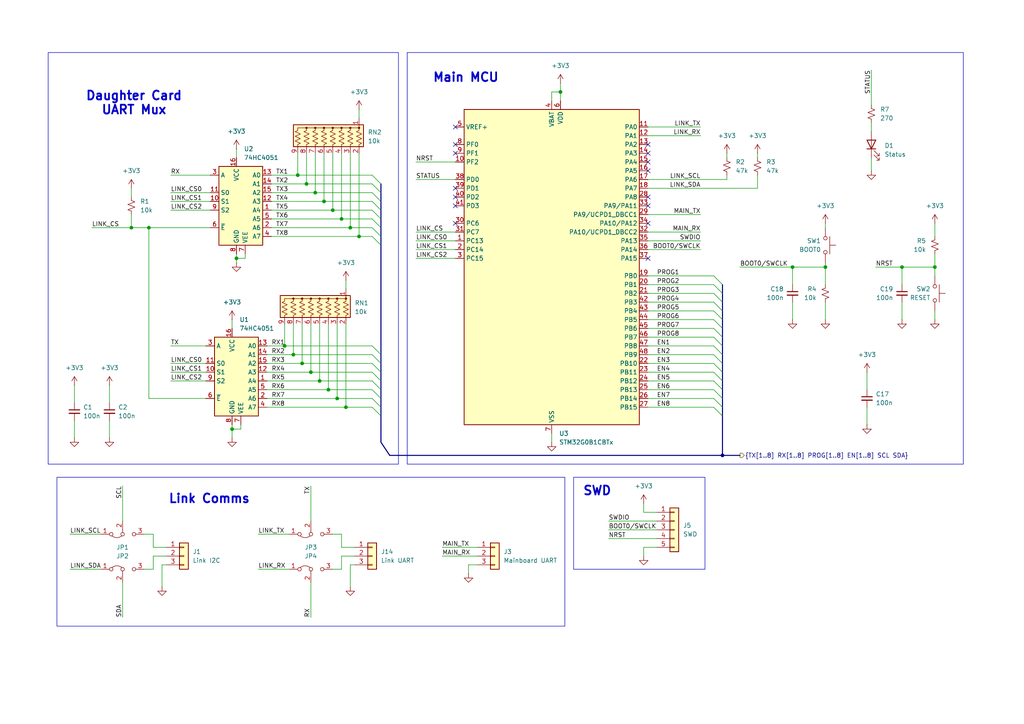
<source format=kicad_sch>
(kicad_sch (version 20250114) (generator "eeschema") (generator_version "9.0")
  (paper "A4")
  (lib_symbols
    (symbol "74xx:74HC4051"
      (property "Reference" "U" (at -5.08 11.43 0))
      (property "Value" "74HC4051" (at -7.62 -13.97 0))
      (symbol "74HC4051_0_1"
        (rectangle (start -5.08 10.16) (end 7.62 -12.7) (stroke (width 0.254)) (fill (type background)))
      )
      (symbol "74HC4051_1_1"
        (pin passive line (at -7.62 7.62 0) (length 2.54) (name "A") (number "3"))
        (pin input line (at -7.62 2.54 0) (length 2.54) (name "S0") (number "11"))
        (pin input line (at -7.62 0 0) (length 2.54) (name "S1") (number "10"))
        (pin input line (at -7.62 -2.54 0) (length 2.54) (name "S2") (number "9"))
        (pin input line (at -7.62 -7.62 0) (length 2.54) (name "~{E}") (number "6"))
        (pin power_in line (at 0 12.7 270) (length 2.54) (name "VCC") (number "16"))
        (pin power_in line (at 0 -15.24 90) (length 2.54) (name "GND") (number "8"))
        (pin power_in line (at 2.54 -15.24 90) (length 2.54) (name "VEE") (number "7"))
        (pin passive line (at 10.16 7.62 180) (length 2.54) (name "A0") (number "13"))
        (pin passive line (at 10.16 5.08 180) (length 2.54) (name "A1") (number "14"))
        (pin passive line (at 10.16 2.54 180) (length 2.54) (name "A2") (number "15"))
        (pin passive line (at 10.16 0 180) (length 2.54) (name "A3") (number "12"))
        (pin passive line (at 10.16 -2.54 180) (length 2.54) (name "A4") (number "1"))
        (pin passive line (at 10.16 -5.08 180) (length 2.54) (name "A5") (number "5"))
        (pin passive line (at 10.16 -7.62 180) (length 2.54) (name "A6") (number "2"))
        (pin passive line (at 10.16 -10.16 180) (length 2.54) (name "A7") (number "4"))
      )
    )
    (symbol "Connector_Generic:Conn_01x03" (pin_names (offset 1.016) (hide yes))
      (property "Reference" "J" (at 0 5.08 0))
      (property "Value" "Conn_01x03" (at 0 -5.08 0))
      (symbol "Conn_01x03_1_1"
        (rectangle (start -1.27 3.81) (end 1.27 -3.81) (stroke (width 0.254)) (fill (type background)))
        (rectangle (start -1.27 2.667) (end 0 2.413) (stroke (width 0.1524)))
        (rectangle (start -1.27 0.127) (end 0 -0.127) (stroke (width 0.1524)))
        (rectangle (start -1.27 -2.413) (end 0 -2.667) (stroke (width 0.1524)))
        (pin passive line (at -5.08 2.54 0) (length 3.81) (name "Pin_1") (number "1"))
        (pin passive line (at -5.08 0 0) (length 3.81) (name "Pin_2") (number "2"))
        (pin passive line (at -5.08 -2.54 0) (length 3.81) (name "Pin_3") (number "3"))
      )
    )
    (symbol "Connector_Generic:Conn_01x05" (pin_names (offset 1.016) (hide yes))
      (property "Reference" "J" (at 0 7.62 0))
      (property "Value" "Conn_01x05" (at 0 -7.62 0))
      (symbol "Conn_01x05_1_1"
        (rectangle (start -1.27 6.35) (end 1.27 -6.35) (stroke (width 0.254)) (fill (type background)))
        (rectangle (start -1.27 5.207) (end 0 4.953) (stroke (width 0.1524)))
        (rectangle (start -1.27 2.667) (end 0 2.413) (stroke (width 0.1524)))
        (rectangle (start -1.27 0.127) (end 0 -0.127) (stroke (width 0.1524)))
        (rectangle (start -1.27 -2.413) (end 0 -2.667) (stroke (width 0.1524)))
        (rectangle (start -1.27 -4.953) (end 0 -5.207) (stroke (width 0.1524)))
        (pin passive line (at -5.08 5.08 0) (length 3.81) (name "Pin_1") (number "1"))
        (pin passive line (at -5.08 2.54 0) (length 3.81) (name "Pin_2") (number "2"))
        (pin passive line (at -5.08 0 0) (length 3.81) (name "Pin_3") (number "3"))
        (pin passive line (at -5.08 -2.54 0) (length 3.81) (name "Pin_4") (number "4"))
        (pin passive line (at -5.08 -5.08 0) (length 3.81) (name "Pin_5") (number "5"))
      )
    )
    (symbol "Device:C_Small" (pin_numbers (hide yes)) (pin_names (offset 0.254) (hide yes))
      (property "Reference" "C" (at 0.254 1.778 0))
      (property "Value" "C_Small" (at 0.254 -2.032 0))
      (symbol "C_Small_0_1"
        (polyline (pts (xy -1.524 0.508) (xy 1.524 0.508)) (stroke (width 0.3048)))
        (polyline (pts (xy -1.524 -0.508) (xy 1.524 -0.508)) (stroke (width 0.3302)))
      )
      (symbol "C_Small_1_1"
        (pin passive line (at 0 2.54 270) (length 2.032) (name "~") (number "1"))
        (pin passive line (at 0 -2.54 90) (length 2.032) (name "~") (number "2"))
      )
    )
    (symbol "Device:LED" (pin_numbers (hide yes)) (pin_names (offset 1.016) (hide yes))
      (property "Reference" "D" (at 0 2.54 0))
      (property "Value" "LED" (at 0 -2.54 0))
      (symbol "LED_0_1"
        (polyline (pts (xy -3.048 -0.762) (xy -4.572 -2.286) (xy -3.81 -2.286) (xy -4.572 -2.286) (xy -4.572 -1.524)))
        (polyline (pts (xy -1.778 -0.762) (xy -3.302 -2.286) (xy -2.54 -2.286) (xy -3.302 -2.286) (xy -3.302 -1.524)))
        (polyline (pts (xy -1.27 0) (xy 1.27 0)))
        (polyline (pts (xy -1.27 -1.27) (xy -1.27 1.27)) (stroke (width 0.254)))
        (polyline (pts (xy 1.27 -1.27) (xy 1.27 1.27) (xy -1.27 0) (xy 1.27 -1.27)) (stroke (width 0.254)))
      )
      (symbol "LED_1_1"
        (pin passive line (at -3.81 0 0) (length 2.54) (name "K") (number "1"))
        (pin passive line (at 3.81 0 180) (length 2.54) (name "A") (number "2"))
      )
    )
    (symbol "Device:R_Network08_US" (pin_names (offset 0) (hide yes))
      (property "Reference" "RN" (at -12.7 0 90))
      (property "Value" "R_Network08_US" (at 10.16 0 90))
      (symbol "R_Network08_US_0_1"
        (rectangle (start -11.43 -3.175) (end 8.89 3.175) (stroke (width 0.254)) (fill (type background)))
        (circle (center -10.16 2.286) (radius 0.254) (fill (type outline)))
        (polyline (pts (xy -10.16 2.286) (xy 7.62 2.286)))
        (polyline (pts (xy -10.16 2.286) (xy -10.16 1.524) (xy -9.398 1.1684) (xy -10.922 0.508) (xy -9.398 -0.1524) (xy -10.922 -0.8382) (xy -9.398 -1.524) (xy -10.922 -2.1844) (xy -10.16 -2.54) (xy -10.16 -3.81)))
        (circle (center -7.62 2.286) (radius 0.254) (fill (type outline)))
        (polyline (pts (xy -7.62 2.286) (xy -7.62 1.524) (xy -6.858 1.1684) (xy -8.382 0.508) (xy -6.858 -0.1524) (xy -8.382 -0.8382) (xy -6.858 -1.524) (xy -8.382 -2.1844) (xy -7.62 -2.54) (xy -7.62 -3.81)))
        (circle (center -5.08 2.286) (radius 0.254) (fill (type outline)))
        (polyline (pts (xy -5.08 2.286) (xy -5.08 1.524) (xy -4.318 1.1684) (xy -5.842 0.508) (xy -4.318 -0.1524) (xy -5.842 -0.8382) (xy -4.318 -1.524) (xy -5.842 -2.1844) (xy -5.08 -2.54) (xy -5.08 -3.81)))
        (circle (center -2.54 2.286) (radius 0.254) (fill (type outline)))
        (polyline (pts (xy -2.54 2.286) (xy -2.54 1.524) (xy -1.778 1.1684) (xy -3.302 0.508) (xy -1.778 -0.1524) (xy -3.302 -0.8382) (xy -1.778 -1.524) (xy -3.302 -2.1844) (xy -2.54 -2.54) (xy -2.54 -3.81)))
        (circle (center 0 2.286) (radius 0.254) (fill (type outline)))
        (polyline (pts (xy 0 2.286) (xy 0 1.524) (xy 0.762 1.1684) (xy -0.762 0.508) (xy 0.762 -0.1524) (xy -0.762 -0.8382) (xy 0.762 -1.524) (xy -0.762 -2.1844) (xy 0 -2.54) (xy 0 -3.81)))
        (polyline (pts (xy 2.54 2.286) (xy 2.54 1.524) (xy 3.302 1.1684) (xy 1.778 0.508) (xy 3.302 -0.1524) (xy 1.778 -0.8382) (xy 3.302 -1.524) (xy 1.778 -2.1844) (xy 2.54 -2.54) (xy 2.54 -3.81)))
        (circle (center 2.54 2.286) (radius 0.254) (fill (type outline)))
        (polyline (pts (xy 5.08 2.286) (xy 5.08 1.524) (xy 5.842 1.1684) (xy 4.318 0.508) (xy 5.842 -0.1524) (xy 4.318 -0.8382) (xy 5.842 -1.524) (xy 4.318 -2.1844) (xy 5.08 -2.54) (xy 5.08 -3.81)))
        (circle (center 5.08 2.286) (radius 0.254) (fill (type outline)))
        (polyline (pts (xy 7.62 2.286) (xy 7.62 1.524) (xy 8.382 1.1684) (xy 6.858 0.508) (xy 8.382 -0.1524) (xy 6.858 -0.8382) (xy 8.382 -1.524) (xy 6.858 -2.1844) (xy 7.62 -2.54) (xy 7.62 -3.81)))
      )
      (symbol "R_Network08_US_1_1"
        (pin passive line (at -10.16 5.08 270) (length 2.54) (name "common") (number "1"))
        (pin passive line (at -10.16 -5.08 90) (length 1.27) (name "R1") (number "2"))
        (pin passive line (at -7.62 -5.08 90) (length 1.27) (name "R2") (number "3"))
        (pin passive line (at -5.08 -5.08 90) (length 1.27) (name "R3") (number "4"))
        (pin passive line (at -2.54 -5.08 90) (length 1.27) (name "R4") (number "5"))
        (pin passive line (at 0 -5.08 90) (length 1.27) (name "R5") (number "6"))
        (pin passive line (at 2.54 -5.08 90) (length 1.27) (name "R6") (number "7"))
        (pin passive line (at 5.08 -5.08 90) (length 1.27) (name "R7") (number "8"))
        (pin passive line (at 7.62 -5.08 90) (length 1.27) (name "R8") (number "9"))
      )
    )
    (symbol "Device:R_Small_US" (pin_numbers (hide yes)) (pin_names (offset 0.254) (hide yes))
      (property "Reference" "R" (at 0.762 0.508 0))
      (property "Value" "R_Small_US" (at 0.762 -1.016 0))
      (symbol "R_Small_US_1_1"
        (polyline (pts (xy 0 1.524) (xy 1.016 1.143) (xy 0 0.762) (xy -1.016 0.381) (xy 0 0)))
        (polyline (pts (xy 0 0) (xy 1.016 -0.381) (xy 0 -0.762) (xy -1.016 -1.143) (xy 0 -1.524)))
        (pin passive line (at 0 2.54 270) (length 1.016) (name "~") (number "1"))
        (pin passive line (at 0 -2.54 90) (length 1.016) (name "~") (number "2"))
      )
    )
    (symbol "Jumper:Jumper_3_Bridged12" (pin_names (offset 0) (hide yes)) (in_bom no)
      (property "Reference" "JP" (at -2.54 -2.54 0))
      (property "Value" "Jumper_3_Bridged12" (at 0 2.794 0))
      (symbol "Jumper_3_Bridged12_0_0"
        (circle (center -3.302 0) (radius 0.508))
        (circle (center 0 0) (radius 0.508))
        (circle (center 3.302 0) (radius 0.508))
      )
      (symbol "Jumper_3_Bridged12_0_1"
        (arc (start -3.048 0.508) (mid -1.651 0.9912) (end -0.254 0.508))
        (polyline (pts (xy 0 -1.27) (xy 0 -0.508)))
      )
      (symbol "Jumper_3_Bridged12_1_1"
        (pin passive line (at -6.35 0 0) (length 2.54) (name "A") (number "1"))
        (pin passive line (at 0 -3.81 90) (length 2.54) (name "C") (number "2"))
        (pin passive line (at 6.35 0 180) (length 2.54) (name "B") (number "3"))
      )
    )
    (symbol "MCU_ST_STM32G0:STM32G0B1CBTx"
      (property "Reference" "U" (at -25.4 46.99 0))
      (property "Value" "STM32G0B1CBTx" (at 5.08 46.99 0))
      (symbol "STM32G0B1CBTx_0_1"
        (rectangle (start -25.4 -45.72) (end 25.4 45.72) (stroke (width 0.254)) (fill (type background)))
      )
      (symbol "STM32G0B1CBTx_1_1"
        (pin input line (at -27.94 40.64 0) (length 2.54) (name "VREF+") (number "5"))
        (pin bidirectional line (at -27.94 35.56 0) (length 2.54) (name "PF0") (number "8"))
        (pin bidirectional line (at -27.94 33.02 0) (length 2.54) (name "PF1") (number "9"))
        (pin bidirectional line (at -27.94 30.48 0) (length 2.54) (name "PF2") (number "10"))
        (pin bidirectional line (at -27.94 25.4 0) (length 2.54) (name "PD0") (number "38"))
        (pin bidirectional line (at -27.94 22.86 0) (length 2.54) (name "PD1") (number "39"))
        (pin bidirectional line (at -27.94 20.32 0) (length 2.54) (name "PD2") (number "40"))
        (pin bidirectional line (at -27.94 17.78 0) (length 2.54) (name "PD3") (number "41"))
        (pin bidirectional line (at -27.94 12.7 0) (length 2.54) (name "PC6") (number "30"))
        (pin bidirectional line (at -27.94 10.16 0) (length 2.54) (name "PC7") (number "31"))
        (pin bidirectional line (at -27.94 7.62 0) (length 2.54) (name "PC13") (number "1"))
        (pin bidirectional line (at -27.94 5.08 0) (length 2.54) (name "PC14") (number "2"))
        (pin bidirectional line (at -27.94 2.54 0) (length 2.54) (name "PC15") (number "3"))
        (pin power_in line (at 0 48.26 270) (length 2.54) (name "VBAT") (number "4"))
        (pin power_in line (at 0 -48.26 90) (length 2.54) (name "VSS") (number "7"))
        (pin power_in line (at 2.54 48.26 270) (length 2.54) (name "VDD") (number "6"))
        (pin bidirectional line (at 27.94 40.64 180) (length 2.54) (name "PA0") (number "11"))
        (pin bidirectional line (at 27.94 38.1 180) (length 2.54) (name "PA1") (number "12"))
        (pin bidirectional line (at 27.94 35.56 180) (length 2.54) (name "PA2") (number "13"))
        (pin bidirectional line (at 27.94 33.02 180) (length 2.54) (name "PA3") (number "14"))
        (pin bidirectional line (at 27.94 30.48 180) (length 2.54) (name "PA4") (number "15"))
        (pin bidirectional line (at 27.94 27.94 180) (length 2.54) (name "PA5") (number "16"))
        (pin bidirectional line (at 27.94 25.4 180) (length 2.54) (name "PA6") (number "17"))
        (pin bidirectional line (at 27.94 22.86 180) (length 2.54) (name "PA7") (number "18"))
        (pin bidirectional line (at 27.94 20.32 180) (length 2.54) (name "PA8") (number "28"))
        (pin bidirectional line (at 27.94 17.78 180) (length 2.54) (name "PA9/PA11") (number "33"))
        (pin bidirectional line (at 27.94 15.24 180) (length 2.54) (name "PA9/UCPD1_DBCC1") (number "29"))
        (pin bidirectional line (at 27.94 12.7 180) (length 2.54) (name "PA10/PA12") (number "34"))
        (pin bidirectional line (at 27.94 10.16 180) (length 2.54) (name "PA10/UCPD1_DBCC2") (number "32"))
        (pin bidirectional line (at 27.94 7.62 180) (length 2.54) (name "PA13") (number "35"))
        (pin bidirectional line (at 27.94 5.08 180) (length 2.54) (name "PA14") (number "36"))
        (pin bidirectional line (at 27.94 2.54 180) (length 2.54) (name "PA15") (number "37"))
        (pin bidirectional line (at 27.94 -2.54 180) (length 2.54) (name "PB0") (number "19"))
        (pin bidirectional line (at 27.94 -5.08 180) (length 2.54) (name "PB1") (number "20"))
        (pin bidirectional line (at 27.94 -7.62 180) (length 2.54) (name "PB2") (number "21"))
        (pin bidirectional line (at 27.94 -10.16 180) (length 2.54) (name "PB3") (number "42"))
        (pin bidirectional line (at 27.94 -12.7 180) (length 2.54) (name "PB4") (number "43"))
        (pin bidirectional line (at 27.94 -15.24 180) (length 2.54) (name "PB5") (number "44"))
        (pin bidirectional line (at 27.94 -17.78 180) (length 2.54) (name "PB6") (number "45"))
        (pin bidirectional line (at 27.94 -20.32 180) (length 2.54) (name "PB7") (number "46"))
        (pin bidirectional line (at 27.94 -22.86 180) (length 2.54) (name "PB8") (number "47"))
        (pin bidirectional line (at 27.94 -25.4 180) (length 2.54) (name "PB9") (number "48"))
        (pin bidirectional line (at 27.94 -27.94 180) (length 2.54) (name "PB10") (number "22"))
        (pin bidirectional line (at 27.94 -30.48 180) (length 2.54) (name "PB11") (number "23"))
        (pin bidirectional line (at 27.94 -33.02 180) (length 2.54) (name "PB12") (number "24"))
        (pin bidirectional line (at 27.94 -35.56 180) (length 2.54) (name "PB13") (number "25"))
        (pin bidirectional line (at 27.94 -38.1 180) (length 2.54) (name "PB14") (number "26"))
        (pin bidirectional line (at 27.94 -40.64 180) (length 2.54) (name "PB15") (number "27"))
      )
    )
    (symbol "Switch:SW_Push" (pin_numbers (hide yes)) (pin_names (offset 1.016) (hide yes))
      (property "Reference" "SW" (at 1.27 2.54 0))
      (property "Value" "SW_Push" (at 0 -1.524 0))
      (symbol "SW_Push_0_1"
        (circle (center -2.032 0) (radius 0.508))
        (polyline (pts (xy 0 1.27) (xy 0 3.048)))
        (circle (center 2.032 0) (radius 0.508))
        (polyline (pts (xy 2.54 1.27) (xy -2.54 1.27)))
        (pin passive line (at -5.08 0 0) (length 2.54) (name "1") (number "1"))
        (pin passive line (at 5.08 0 180) (length 2.54) (name "2") (number "2"))
      )
    )
    (symbol "power:+3V3" (power) (pin_numbers (hide yes)) (pin_names (offset 0) (hide yes))
      (property "Value" "+3V3" (at 0 3.556 0))
      (symbol "+3V3_0_1"
        (polyline (pts (xy -0.762 1.27) (xy 0 2.54)))
        (polyline (pts (xy 0 2.54) (xy 0.762 1.27)))
        (polyline (pts (xy 0 0) (xy 0 2.54)))
      )
      (symbol "+3V3_1_1"
        (pin power_in line (at 0 0 90) (length 0) (name "~") (number "1"))
      )
    )
    (symbol "power:GND" (power) (pin_numbers (hide yes)) (pin_names (offset 0) (hide yes))
      (property "Value" "GND" (at 0 -3.81 0))
      (symbol "GND_0_1"
        (polyline (pts (xy 0 0) (xy 0 -1.27) (xy 1.27 -1.27) (xy 0 -2.54) (xy -1.27 -1.27) (xy 0 -1.27)))
      )
      (symbol "GND_1_1"
        (pin power_in line (at 0 0 270) (length 0) (name "~") (number "1"))
      )
    )
  )
  (rectangle (start 16.51 138.43) (end 163.83 181.61))
  (rectangle (start 166.37 138.43) (end 204.47 165.1))
  (rectangle (start 118.11 15.24) (end 279.4 134.62))
  (rectangle (start 13.97 15.24) (end 115.57 134.62))
  (text "Main MCU" (at 135.128 22.606 0) (effects (font (size 2.54 2.54) (thickness 0.508) (bold yes))))
  (text "Link Comms" (at 60.706 144.78 0) (effects (font (size 2.54 2.54) (thickness 0.508) (bold yes))))
  (text "SWD" (at 173.228 142.494 0) (effects (font (size 2.54 2.54) (thickness 0.508) (bold yes))))
  (text "Daughter Card\nUART Mux" (at 38.862 29.972 0) (effects (font (size 2.54 2.54) (thickness 0.508) (bold yes))))
  (junction (at 104.14 68.58))
  (junction (at 95.25 113.03))
  (junction (at 87.63 105.41))
  (junction (at 101.6 66.04))
  (junction (at 67.31 124.46))
  (junction (at 90.17 107.95))
  (junction (at 97.79 115.57))
  (junction (at 99.06 63.5))
  (junction (at 271.145 77.47))
  (junction (at 229.87 77.47))
  (junction (at 261.62 77.47))
  (junction (at 92.71 110.49))
  (junction (at 239.395 77.47))
  (junction (at 100.33 118.11))
  (junction (at 88.9 53.34))
  (junction (at 93.98 58.42))
  (junction (at 85.09 102.87))
  (junction (at 91.44 55.88))
  (junction (at 86.36 50.8))
  (junction (at 209.55 132.08))
  (junction (at 82.55 100.33))
  (junction (at 38.1 66.04))
  (junction (at 43.18 66.04))
  (junction (at 96.52 60.96))
  (junction (at 162.56 26.67))
  (junction (at 68.58 74.93))
  (no_connect (at 187.96 59.69))
  (no_connect (at 132.08 54.61))
  (no_connect (at 187.96 57.15))
  (no_connect (at 132.08 57.15))
  (no_connect (at 187.96 64.77))
  (no_connect (at 187.96 49.53))
  (no_connect (at 187.96 46.99))
  (no_connect (at 132.08 41.91))
  (no_connect (at 187.96 44.45))
  (no_connect (at 132.08 44.45))
  (no_connect (at 132.08 36.83))
  (no_connect (at 132.08 64.77))
  (no_connect (at 132.08 59.69))
  (no_connect (at 187.96 74.93))
  (no_connect (at 187.96 41.91))
  (bus_entry (at 107.95 50.8) (size 2.54 2.54))
  (bus_entry (at 207.01 97.79) (size 2.54 2.54))
  (bus_entry (at 207.01 90.17) (size 2.54 2.54))
  (bus_entry (at 107.95 102.87) (size 2.54 2.54))
  (bus_entry (at 207.01 85.09) (size 2.54 2.54))
  (bus_entry (at 207.01 82.55) (size 2.54 2.54))
  (bus_entry (at 207.01 80.01) (size 2.54 2.54))
  (bus_entry (at 107.95 68.58) (size 2.54 2.54))
  (bus_entry (at 207.01 102.87) (size 2.54 2.54))
  (bus_entry (at 207.01 87.63) (size 2.54 2.54))
  (bus_entry (at 207.01 100.33) (size 2.54 2.54))
  (bus_entry (at 207.01 113.03) (size 2.54 2.54))
  (bus_entry (at 207.01 115.57) (size 2.54 2.54))
  (bus_entry (at 107.95 66.04) (size 2.54 2.54))
  (bus_entry (at 107.95 113.03) (size 2.54 2.54))
  (bus_entry (at 107.95 105.41) (size 2.54 2.54))
  (bus_entry (at 107.95 60.96) (size 2.54 2.54))
  (bus_entry (at 207.01 95.25) (size 2.54 2.54))
  (bus_entry (at 107.95 107.95) (size 2.54 2.54))
  (bus_entry (at 107.95 118.11) (size 2.54 2.54))
  (bus_entry (at 207.01 105.41) (size 2.54 2.54))
  (bus_entry (at 207.01 110.49) (size 2.54 2.54))
  (bus_entry (at 207.01 107.95) (size 2.54 2.54))
  (bus_entry (at 207.01 118.11) (size 2.54 2.54))
  (bus_entry (at 107.95 100.33) (size 2.54 2.54))
  (bus_entry (at 107.95 110.49) (size 2.54 2.54))
  (bus_entry (at 207.01 92.71) (size 2.54 2.54))
  (bus_entry (at 107.95 63.5) (size 2.54 2.54))
  (bus_entry (at 107.95 55.88) (size 2.54 2.54))
  (bus_entry (at 107.95 53.34) (size 2.54 2.54))
  (bus_entry (at 107.95 58.42) (size 2.54 2.54))
  (bus_entry (at 107.95 115.57) (size 2.54 2.54))
  (wire (pts (xy 90.17 151.13) (xy 90.17 140.97)))
  (wire (pts (xy 90.17 107.95) (xy 90.17 93.98)))
  (wire (pts (xy 78.74 60.96) (xy 96.52 60.96)))
  (wire (pts (xy 229.87 77.47) (xy 229.87 82.55)))
  (wire (pts (xy 187.96 113.03) (xy 207.01 113.03)))
  (wire (pts (xy 100.33 118.11) (xy 100.33 93.98)))
  (wire (pts (xy 120.65 52.07) (xy 132.08 52.07)))
  (wire (pts (xy 107.95 55.88) (xy 91.44 55.88)))
  (wire (pts (xy 107.95 66.04) (xy 101.6 66.04)))
  (wire (pts (xy 187.96 80.01) (xy 207.01 80.01)))
  (wire (pts (xy 44.45 165.1) (xy 41.91 165.1)))
  (bus (pts (xy 209.55 85.09) (xy 209.55 87.63)))
  (wire (pts (xy 82.55 100.33) (xy 77.47 100.33)))
  (wire (pts (xy 219.71 44.45) (xy 219.71 45.72)))
  (wire (pts (xy 120.65 46.99) (xy 132.08 46.99)))
  (bus (pts (xy 209.55 115.57) (xy 209.55 118.11)))
  (wire (pts (xy 100.33 81.28) (xy 100.33 83.82)))
  (wire (pts (xy 107.95 68.58) (xy 104.14 68.58)))
  (wire (pts (xy 186.69 158.75) (xy 190.5 158.75)))
  (wire (pts (xy 271.145 64.77) (xy 271.145 68.58)))
  (wire (pts (xy 271.145 77.47) (xy 261.62 77.47)))
  (wire (pts (xy 187.96 105.41) (xy 207.01 105.41)))
  (wire (pts (xy 48.26 161.29) (xy 44.45 161.29)))
  (wire (pts (xy 88.9 53.34) (xy 88.9 44.45)))
  (wire (pts (xy 271.145 90.17) (xy 271.145 92.71)))
  (wire (pts (xy 187.96 107.95) (xy 207.01 107.95)))
  (bus (pts (xy 110.49 118.11) (xy 110.49 120.65)))
  (wire (pts (xy 187.96 52.07) (xy 210.82 52.07)))
  (wire (pts (xy 68.58 74.93) (xy 68.58 76.2)))
  (bus (pts (xy 110.49 58.42) (xy 110.49 60.96)))
  (wire (pts (xy 49.53 110.49) (xy 59.69 110.49)))
  (bus (pts (xy 209.55 95.25) (xy 209.55 97.79)))
  (bus (pts (xy 110.49 102.87) (xy 110.49 105.41)))
  (bus (pts (xy 113.03 132.08) (xy 209.55 132.08)))
  (bus (pts (xy 110.49 110.49) (xy 110.49 113.03)))
  (wire (pts (xy 101.6 66.04) (xy 101.6 44.45)))
  (wire (pts (xy 239.395 64.77) (xy 239.395 66.04)))
  (wire (pts (xy 48.26 158.75) (xy 44.45 158.75)))
  (wire (pts (xy 101.6 163.83) (xy 102.87 163.83)))
  (wire (pts (xy 31.75 121.92) (xy 31.75 127)))
  (wire (pts (xy 85.09 102.87) (xy 77.47 102.87)))
  (wire (pts (xy 97.79 115.57) (xy 77.47 115.57)))
  (wire (pts (xy 107.95 60.96) (xy 96.52 60.96)))
  (wire (pts (xy 187.96 115.57) (xy 207.01 115.57)))
  (wire (pts (xy 107.95 118.11) (xy 100.33 118.11)))
  (wire (pts (xy 187.96 67.31) (xy 203.2 67.31)))
  (wire (pts (xy 97.79 115.57) (xy 97.79 93.98)))
  (wire (pts (xy 107.95 110.49) (xy 92.71 110.49)))
  (wire (pts (xy 187.96 92.71) (xy 207.01 92.71)))
  (wire (pts (xy 44.45 154.94) (xy 41.91 154.94)))
  (wire (pts (xy 95.25 113.03) (xy 95.25 93.98)))
  (bus (pts (xy 209.55 105.41) (xy 209.55 107.95)))
  (wire (pts (xy 67.31 92.71) (xy 67.31 95.25)))
  (bus (pts (xy 110.49 60.96) (xy 110.49 63.5)))
  (wire (pts (xy 49.53 107.95) (xy 59.69 107.95)))
  (wire (pts (xy 68.58 73.66) (xy 68.58 74.93)))
  (wire (pts (xy 49.53 55.88) (xy 60.96 55.88)))
  (wire (pts (xy 59.69 115.57) (xy 43.18 115.57)))
  (wire (pts (xy 239.395 76.2) (xy 239.395 77.47)))
  (wire (pts (xy 120.65 72.39) (xy 132.08 72.39)))
  (bus (pts (xy 110.49 105.41) (xy 110.49 107.95)))
  (wire (pts (xy 38.1 66.04) (xy 43.18 66.04)))
  (wire (pts (xy 271.145 73.66) (xy 271.145 77.47)))
  (bus (pts (xy 209.55 87.63) (xy 209.55 90.17)))
  (wire (pts (xy 219.71 50.8) (xy 219.71 54.61)))
  (wire (pts (xy 187.96 72.39) (xy 203.2 72.39)))
  (wire (pts (xy 85.09 102.87) (xy 85.09 93.98)))
  (wire (pts (xy 187.96 90.17) (xy 207.01 90.17)))
  (wire (pts (xy 252.73 20.32) (xy 252.73 30.48)))
  (wire (pts (xy 44.45 158.75) (xy 44.45 154.94)))
  (wire (pts (xy 219.71 54.61) (xy 187.96 54.61)))
  (wire (pts (xy 120.65 74.93) (xy 132.08 74.93)))
  (wire (pts (xy 187.96 69.85) (xy 203.2 69.85)))
  (wire (pts (xy 104.14 68.58) (xy 104.14 44.45)))
  (wire (pts (xy 107.95 58.42) (xy 93.98 58.42)))
  (wire (pts (xy 186.69 148.59) (xy 190.5 148.59)))
  (wire (pts (xy 99.06 161.29) (xy 99.06 165.1)))
  (wire (pts (xy 251.46 107.95) (xy 251.46 113.03)))
  (wire (pts (xy 239.395 77.47) (xy 229.87 77.47)))
  (wire (pts (xy 78.74 63.5) (xy 99.06 63.5)))
  (wire (pts (xy 78.74 58.42) (xy 93.98 58.42)))
  (wire (pts (xy 186.69 146.05) (xy 186.69 148.59)))
  (wire (pts (xy 107.95 107.95) (xy 90.17 107.95)))
  (bus (pts (xy 110.49 68.58) (xy 110.49 71.12)))
  (wire (pts (xy 49.53 100.33) (xy 59.69 100.33)))
  (bus (pts (xy 209.55 107.95) (xy 209.55 110.49)))
  (bus (pts (xy 209.55 120.65) (xy 209.55 132.08)))
  (bus (pts (xy 110.49 66.04) (xy 110.49 68.58)))
  (bus (pts (xy 209.55 100.33) (xy 209.55 102.87)))
  (wire (pts (xy 93.98 58.42) (xy 93.98 44.45)))
  (wire (pts (xy 187.96 100.33) (xy 207.01 100.33)))
  (wire (pts (xy 21.59 121.92) (xy 21.59 127)))
  (wire (pts (xy 187.96 82.55) (xy 207.01 82.55)))
  (wire (pts (xy 78.74 55.88) (xy 91.44 55.88)))
  (wire (pts (xy 78.74 68.58) (xy 104.14 68.58)))
  (wire (pts (xy 239.395 77.47) (xy 239.395 82.55)))
  (wire (pts (xy 187.96 118.11) (xy 207.01 118.11)))
  (wire (pts (xy 162.56 24.13) (xy 162.56 26.67)))
  (bus (pts (xy 110.49 113.03) (xy 110.49 115.57)))
  (wire (pts (xy 21.59 111.76) (xy 21.59 116.84)))
  (wire (pts (xy 107.95 50.8) (xy 86.36 50.8)))
  (wire (pts (xy 107.95 105.41) (xy 87.63 105.41)))
  (wire (pts (xy 261.62 87.63) (xy 261.62 92.71)))
  (bus (pts (xy 110.49 120.65) (xy 110.49 128.27)))
  (wire (pts (xy 187.96 110.49) (xy 207.01 110.49)))
  (wire (pts (xy 135.89 166.37) (xy 135.89 163.83)))
  (wire (pts (xy 102.87 158.75) (xy 99.06 158.75)))
  (wire (pts (xy 187.96 36.83) (xy 203.2 36.83)))
  (wire (pts (xy 120.65 69.85) (xy 132.08 69.85)))
  (wire (pts (xy 31.75 111.76) (xy 31.75 116.84)))
  (bus (pts (xy 209.55 110.49) (xy 209.55 113.03)))
  (wire (pts (xy 107.95 113.03) (xy 95.25 113.03)))
  (wire (pts (xy 43.18 66.04) (xy 60.96 66.04)))
  (wire (pts (xy 43.18 115.57) (xy 43.18 66.04)))
  (wire (pts (xy 90.17 168.91) (xy 90.17 179.07)))
  (wire (pts (xy 46.99 163.83) (xy 46.99 170.18)))
  (bus (pts (xy 209.55 90.17) (xy 209.55 92.71)))
  (wire (pts (xy 49.53 60.96) (xy 60.96 60.96)))
  (wire (pts (xy 95.25 113.03) (xy 77.47 113.03)))
  (wire (pts (xy 90.17 107.95) (xy 77.47 107.95)))
  (wire (pts (xy 271.145 77.47) (xy 271.145 80.01)))
  (wire (pts (xy 99.06 63.5) (xy 99.06 44.45)))
  (wire (pts (xy 210.82 50.8) (xy 210.82 52.07)))
  (bus (pts (xy 110.49 63.5) (xy 110.49 66.04)))
  (wire (pts (xy 67.31 124.46) (xy 67.31 127)))
  (wire (pts (xy 49.53 50.8) (xy 60.96 50.8)))
  (bus (pts (xy 214.63 132.08) (xy 209.55 132.08)))
  (wire (pts (xy 74.93 165.1) (xy 83.82 165.1)))
  (wire (pts (xy 92.71 110.49) (xy 77.47 110.49)))
  (wire (pts (xy 214.63 77.47) (xy 229.87 77.47)))
  (wire (pts (xy 107.95 63.5) (xy 99.06 63.5)))
  (wire (pts (xy 68.58 43.18) (xy 68.58 45.72)))
  (wire (pts (xy 96.52 60.96) (xy 96.52 44.45)))
  (bus (pts (xy 209.55 92.71) (xy 209.55 95.25)))
  (bus (pts (xy 110.49 53.34) (xy 110.49 55.88)))
  (wire (pts (xy 26.67 66.04) (xy 38.1 66.04)))
  (wire (pts (xy 261.62 82.55) (xy 261.62 77.47)))
  (wire (pts (xy 128.27 161.29) (xy 138.43 161.29)))
  (bus (pts (xy 110.49 55.88) (xy 110.49 58.42)))
  (wire (pts (xy 187.96 97.79) (xy 207.01 97.79)))
  (wire (pts (xy 86.36 50.8) (xy 86.36 44.45)))
  (wire (pts (xy 135.89 163.83) (xy 138.43 163.83)))
  (wire (pts (xy 44.45 161.29) (xy 44.45 165.1)))
  (wire (pts (xy 187.96 87.63) (xy 207.01 87.63)))
  (wire (pts (xy 87.63 105.41) (xy 77.47 105.41)))
  (wire (pts (xy 92.71 110.49) (xy 92.71 93.98)))
  (wire (pts (xy 251.46 118.11) (xy 251.46 123.19)))
  (bus (pts (xy 110.49 107.95) (xy 110.49 110.49)))
  (wire (pts (xy 78.74 66.04) (xy 101.6 66.04)))
  (wire (pts (xy 128.27 158.75) (xy 138.43 158.75)))
  (wire (pts (xy 49.53 105.41) (xy 59.69 105.41)))
  (wire (pts (xy 160.02 26.67) (xy 162.56 26.67)))
  (wire (pts (xy 107.95 102.87) (xy 85.09 102.87)))
  (wire (pts (xy 67.31 123.19) (xy 67.31 124.46)))
  (wire (pts (xy 239.395 87.63) (xy 239.395 92.71)))
  (wire (pts (xy 229.87 87.63) (xy 229.87 92.71)))
  (wire (pts (xy 46.99 163.83) (xy 48.26 163.83)))
  (wire (pts (xy 99.06 158.75) (xy 99.06 154.94)))
  (wire (pts (xy 104.14 31.75) (xy 104.14 34.29)))
  (bus (pts (xy 209.55 113.03) (xy 209.55 115.57)))
  (wire (pts (xy 78.74 53.34) (xy 88.9 53.34)))
  (bus (pts (xy 209.55 102.87) (xy 209.55 105.41)))
  (wire (pts (xy 210.82 44.45) (xy 210.82 45.72)))
  (wire (pts (xy 74.93 154.94) (xy 83.82 154.94)))
  (bus (pts (xy 209.55 118.11) (xy 209.55 120.65)))
  (wire (pts (xy 49.53 58.42) (xy 60.96 58.42)))
  (bus (pts (xy 110.49 115.57) (xy 110.49 118.11)))
  (wire (pts (xy 187.96 62.23) (xy 203.2 62.23)))
  (bus (pts (xy 113.03 132.08) (xy 110.49 128.27)))
  (wire (pts (xy 120.65 67.31) (xy 132.08 67.31)))
  (wire (pts (xy 38.1 62.23) (xy 38.1 66.04)))
  (wire (pts (xy 96.52 154.94) (xy 99.06 154.94)))
  (wire (pts (xy 20.32 165.1) (xy 29.21 165.1)))
  (wire (pts (xy 87.63 105.41) (xy 87.63 93.98)))
  (wire (pts (xy 252.73 45.72) (xy 252.73 49.53)))
  (wire (pts (xy 101.6 163.83) (xy 101.6 170.18)))
  (bus (pts (xy 209.55 82.55) (xy 209.55 85.09)))
  (wire (pts (xy 20.32 154.94) (xy 29.21 154.94)))
  (wire (pts (xy 162.56 26.67) (xy 162.56 29.21)))
  (wire (pts (xy 91.44 55.88) (xy 91.44 44.45)))
  (wire (pts (xy 69.85 124.46) (xy 67.31 124.46)))
  (wire (pts (xy 160.02 29.21) (xy 160.02 26.67)))
  (bus (pts (xy 110.49 71.12) (xy 110.49 102.87)))
  (wire (pts (xy 35.56 168.91) (xy 35.56 179.07)))
  (wire (pts (xy 100.33 118.11) (xy 77.47 118.11)))
  (wire (pts (xy 187.96 39.37) (xy 203.2 39.37)))
  (wire (pts (xy 107.95 115.57) (xy 97.79 115.57)))
  (wire (pts (xy 176.53 151.13) (xy 190.5 151.13)))
  (wire (pts (xy 99.06 161.29) (xy 102.87 161.29)))
  (wire (pts (xy 35.56 151.13) (xy 35.56 140.97)))
  (wire (pts (xy 252.73 35.56) (xy 252.73 38.1)))
  (wire (pts (xy 71.12 74.93) (xy 68.58 74.93)))
  (wire (pts (xy 176.53 156.21) (xy 190.5 156.21)))
  (wire (pts (xy 187.96 102.87) (xy 207.01 102.87)))
  (wire (pts (xy 107.95 53.34) (xy 88.9 53.34)))
  (wire (pts (xy 99.06 165.1) (xy 96.52 165.1)))
  (wire (pts (xy 107.95 100.33) (xy 82.55 100.33)))
  (wire (pts (xy 186.69 161.29) (xy 186.69 158.75)))
  (wire (pts (xy 254 77.47) (xy 261.62 77.47)))
  (wire (pts (xy 71.12 73.66) (xy 71.12 74.93)))
  (wire (pts (xy 78.74 50.8) (xy 86.36 50.8)))
  (bus (pts (xy 209.55 97.79) (xy 209.55 100.33)))
  (wire (pts (xy 69.85 123.19) (xy 69.85 124.46)))
  (wire (pts (xy 38.1 54.61) (xy 38.1 57.15)))
  (wire (pts (xy 187.96 85.09) (xy 207.01 85.09)))
  (wire (pts (xy 82.55 100.33) (xy 82.55 93.98)))
  (wire (pts (xy 187.96 95.25) (xy 207.01 95.25)))
  (wire (pts (xy 160.02 125.73) (xy 160.02 128.27)))
  (wire (pts (xy 176.53 153.67) (xy 190.5 153.67)))
  (label "RX5" (at 78.74 110.49 0))
  (label "RX4" (at 78.74 107.95 0))
  (label "RX3" (at 78.74 105.41 0))
  (label "EN8" (at 190.5 118.11 0))
  (label "LINK_RX" (at 203.2 39.37 180))
  (label "TX6" (at 80.01 63.5 0))
  (label "LINK_RX" (at 74.93 165.1 0))
  (label "NRST" (at 120.65 46.99 0))
  (label "LINK_CS0" (at 49.53 55.88 0))
  (label "LINK_CS2" (at 49.53 110.49 0))
  (label "PROG6" (at 190.5 92.71 0))
  (label "EN6" (at 190.5 113.03 0))
  (label "LINK_CS0" (at 49.53 105.41 0))
  (label "LINK_CS" (at 120.65 67.31 0))
  (label "LINK_SDA" (at 20.32 165.1 0))
  (label "LINK_CS" (at 26.67 66.04 0))
  (label "LINK_CS2" (at 120.65 74.93 0))
  (label "BOOT0{slash}SWCLK" (at 176.53 153.67 0))
  (label "TX7" (at 80.01 66.04 0))
  (label "PROG3" (at 190.5 85.09 0))
  (label "STATUS" (at 252.73 20.32 270))
  (label "MAIN_RX" (at 128.27 161.29 0))
  (label "TX2" (at 80.01 53.34 0))
  (label "LINK_SDA" (at 203.2 54.61 180))
  (label "RX" (at 49.53 50.8 0))
  (label "MAIN_TX" (at 203.2 62.23 180))
  (label "EN1" (at 190.5 100.33 0))
  (label "RX" (at 90.17 179.07 90))
  (label "SWDIO" (at 203.2 69.85 180))
  (label "LINK_CS2" (at 49.53 60.96 0))
  (label "MAIN_TX" (at 128.27 158.75 0))
  (label "RX8" (at 78.74 118.11 0))
  (label "MAIN_RX" (at 203.2 67.31 180))
  (label "PROG8" (at 190.5 97.79 0))
  (label "TX" (at 90.17 140.97 270))
  (label "NRST" (at 176.53 156.21 0))
  (label "SWDIO" (at 176.53 151.13 0))
  (label "LINK_TX" (at 74.93 154.94 0))
  (label "RX7" (at 78.74 115.57 0))
  (label "RX6" (at 78.74 113.03 0))
  (label "RX1" (at 78.74 100.33 0))
  (label "LINK_SCL" (at 203.2 52.07 180))
  (label "LINK_CS0" (at 120.65 69.85 0))
  (label "PROG2" (at 190.5 82.55 0))
  (label "STATUS" (at 120.65 52.07 0))
  (label "BOOT0{slash}SWCLK" (at 203.2 72.39 180))
  (label "PROG4" (at 190.5 87.63 0))
  (label "PROG1" (at 190.5 80.01 0))
  (label "TX3" (at 80.01 55.88 0))
  (label "SCL" (at 35.56 140.97 270))
  (label "TX8" (at 80.01 68.58 0))
  (label "RX2" (at 78.74 102.87 0))
  (label "LINK_CS1" (at 49.53 107.95 0))
  (label "TX1" (at 80.01 50.8 0))
  (label "EN4" (at 190.5 107.95 0))
  (label "LINK_CS1" (at 49.53 58.42 0))
  (label "PROG7" (at 190.5 95.25 0))
  (label "EN5" (at 190.5 110.49 0))
  (label "EN3" (at 190.5 105.41 0))
  (label "NRST" (at 254 77.47 0))
  (label "EN2" (at 190.5 102.87 0))
  (label "LINK_TX" (at 203.2 36.83 180))
  (label "LINK_SCL" (at 20.32 154.94 0))
  (label "TX4" (at 80.01 58.42 0))
  (label "SDA" (at 35.56 179.07 90))
  (label "PROG5" (at 190.5 90.17 0))
  (label "LINK_CS1" (at 120.65 72.39 0))
  (label "TX" (at 49.53 100.33 0))
  (label "EN7" (at 190.5 115.57 0))
  (label "TX5" (at 80.01 60.96 0))
  (label "BOOT0{slash}SWCLK" (at 214.63 77.47 0))
  (hierarchical_label "{TX[1..8] RX[1..8] PROG[1..8] EN[1..8] SCL SDA}" (shape output) (at 214.63 132.08 0))
  (symbol (lib_id "power:GND") (at 261.62 92.71 0) (mirror y) (unit 1)
    (property "Reference" "#PWR069" (effects (hide yes)))
    (property "Value" "GND" (effects (hide yes)))
    (property "Description" "Power symbol creates a global label with name \"GND\" , ground" (effects (hide yes)))
  )
  (symbol (lib_id "power:+3V3") (at 271.145 64.77 0) (mirror y) (unit 1)
    (property "Reference" "#PWR065" (effects (hide yes)))
    (property "Value" "+3V3" (at 271.145 59.69 0))
    (property "Description" "Power symbol creates a global label with name \"+3V3\"" (effects (hide yes)))
  )
  (symbol (lib_id "Switch:SW_Push") (at 239.395 71.12 270) (mirror x) (unit 1)
    (property "Reference" "SW1" (at 238.125 69.8499 90) (effects (justify right)))
    (property "Value" "BOOT0" (at 238.125 72.3899 90) (effects (justify right)))
    (property "Description" "Push button switch, generic, two pins" (effects (hide yes)))
  )
  (symbol (lib_id "Connector_Generic:Conn_01x03") (at 53.34 161.29 0) (unit 1)
    (property "Reference" "J1" (at 55.88 160.0199 0) (effects (justify left)))
    (property "Value" "Link I2C" (at 55.88 162.5599 0) (effects (justify left)))
    (property "Description" "Generic connector, single row, 01x03, script generated (kicad-library-utils/schlib/autogen/connector/)" (effects (hide yes)))
  )
  (symbol (lib_id "power:+3V3") (at 68.58 43.18 0) (unit 1)
    (property "Reference" "#PWR08" (effects (hide yes)))
    (property "Value" "+3V3" (at 68.58 38.1 0))
    (property "Description" "Power symbol creates a global label with name \"+3V3\"" (effects (hide yes)))
  )
  (symbol (lib_id "power:GND") (at 135.89 166.37 0) (unit 1)
    (property "Reference" "#PWR040" (effects (hide yes)))
    (property "Value" "GND" (effects (hide yes)))
    (property "Description" "Power symbol creates a global label with name \"GND\" , ground" (effects (hide yes)))
  )
  (symbol (lib_id "Device:R_Small_US") (at 252.73 33.02 0) (unit 1)
    (property "Reference" "R7" (at 255.27 31.7499 0) (effects (justify left)))
    (property "Value" "270" (at 255.27 34.2899 0) (effects (justify left)))
    (property "Description" "Resistor, small US symbol" (effects (hide yes)))
  )
  (symbol (lib_id "MCU_ST_STM32G0:STM32G0B1CBTx") (at 160.02 77.47 0) (unit 1)
    (property "Reference" "U3" (at 162.1633 125.73 0) (effects (justify left)))
    (property "Value" "STM32G0B1CBTx" (at 162.1633 128.27 0) (effects (justify left)))
    (property "Footprint" "Package_QFP:LQFP-48_7x7mm_P0.5mm" (effects (hide yes)))
    (property "Datasheet" "https://www.st.com/resource/en/datasheet/stm32g0b1cb.pdf" (effects (hide yes)))
    (property "Description" "STMicroelectronics Arm Cortex-M0+ MCU, 128KB flash, 144KB RAM, 64 MHz, 1.7-3.6V, 44 GPIO, LQFP48" (effects (hide yes)))
  )
  (symbol (lib_id "Device:R_Small_US") (at 271.145 71.12 0) (mirror y) (unit 1)
    (property "Reference" "R5" (at 268.605 69.8499 0) (effects (justify left)))
    (property "Value" "10k" (at 268.605 72.3899 0) (effects (justify left)))
    (property "Description" "Resistor, small US symbol" (effects (hide yes)))
  )
  (symbol (lib_id "Device:R_Small_US") (at 210.82 48.26 0) (unit 1)
    (property "Reference" "R2" (at 213.36 46.9899 0) (effects (justify left)))
    (property "Value" "47k" (at 213.36 49.5299 0) (effects (justify left)))
    (property "Description" "Resistor, small US symbol" (effects (hide yes)))
  )
  (symbol (lib_id "power:GND") (at 271.145 92.71 0) (mirror y) (unit 1)
    (property "Reference" "#PWR066" (effects (hide yes)))
    (property "Value" "GND" (effects (hide yes)))
    (property "Description" "Power symbol creates a global label with name \"GND\" , ground" (effects (hide yes)))
  )
  (symbol (lib_id "power:+3V3") (at 31.75 111.76 0) (unit 1)
    (property "Reference" "#PWR03" (effects (hide yes)))
    (property "Value" "+3V3" (at 31.75 106.68 0))
    (property "Description" "Power symbol creates a global label with name \"+3V3\"" (effects (hide yes)))
  )
  (symbol (lib_id "Jumper:Jumper_3_Bridged12") (at 35.56 165.1 0) (unit 1) (in_bom no)
    (property "Reference" "JP2" (at 35.56 161.29 0))
    (property "Value" "Jumper_3_Bridged12" (effects (hide yes)))
    (property "Description" "Jumper, 3-pole, pins 1+2 closed/bridged" (effects (hide yes)))
  )
  (symbol (lib_id "power:GND") (at 68.58 76.2 0) (unit 1)
    (property "Reference" "#PWR09" (effects (hide yes)))
    (property "Value" "GND" (effects (hide yes)))
    (property "Description" "Power symbol creates a global label with name \"GND\" , ground" (effects (hide yes)))
  )
  (symbol (lib_id "power:GND") (at 67.31 127 0) (unit 1)
    (property "Reference" "#PWR07" (effects (hide yes)))
    (property "Value" "GND" (effects (hide yes)))
    (property "Description" "Power symbol creates a global label with name \"GND\" , ground" (effects (hide yes)))
  )
  (symbol (lib_id "power:GND") (at 101.6 170.18 0) (unit 1)
    (property "Reference" "#PWR0210" (effects (hide yes)))
    (property "Value" "GND" (effects (hide yes)))
    (property "Description" "Power symbol creates a global label with name \"GND\" , ground" (effects (hide yes)))
  )
  (symbol (lib_id "power:+3V3") (at 100.33 81.28 0) (mirror y) (unit 1)
    (property "Reference" "#PWR018" (effects (hide yes)))
    (property "Value" "+3V3" (at 100.33 76.2 0))
    (property "Description" "Power symbol creates a global label with name \"+3V3\"" (effects (hide yes)))
  )
  (symbol (lib_id "Device:C_Small") (at 261.62 85.09 0) (mirror y) (unit 1)
    (property "Reference" "C19" (at 259.08 83.8262 0) (effects (justify left)))
    (property "Value" "100n" (at 259.08 86.3662 0) (effects (justify left)))
    (property "Description" "Unpolarized capacitor, small symbol" (effects (hide yes)))
  )
  (symbol (lib_id "power:GND") (at 21.59 127 0) (unit 1)
    (property "Reference" "#PWR02" (effects (hide yes)))
    (property "Value" "GND" (effects (hide yes)))
    (property "Description" "Power symbol creates a global label with name \"GND\" , ground" (effects (hide yes)))
  )
  (symbol (lib_id "Connector_Generic:Conn_01x03") (at 107.95 161.29 0) (unit 1)
    (property "Reference" "J14" (at 110.49 160.0199 0) (effects (justify left)))
    (property "Value" "Link UART" (at 110.49 162.5599 0) (effects (justify left)))
    (property "Description" "Generic connector, single row, 01x03, script generated (kicad-library-utils/schlib/autogen/connector/)" (effects (hide yes)))
  )
  (symbol (lib_id "power:GND") (at 31.75 127 0) (unit 1)
    (property "Reference" "#PWR04" (effects (hide yes)))
    (property "Value" "GND" (effects (hide yes)))
    (property "Description" "Power symbol creates a global label with name \"GND\" , ground" (effects (hide yes)))
  )
  (symbol (lib_id "power:+3V3") (at 251.46 107.95 0) (unit 1)
    (property "Reference" "#PWR060" (effects (hide yes)))
    (property "Value" "+3V3" (at 251.46 102.87 0))
    (property "Description" "Power symbol creates a global label with name \"+3V3\"" (effects (hide yes)))
  )
  (symbol (lib_id "Connector_Generic:Conn_01x05") (at 195.58 153.67 0) (unit 1)
    (property "Reference" "J5" (at 198.12 152.3999 0) (effects (justify left)))
    (property "Value" "SWD" (at 198.12 154.9399 0) (effects (justify left)))
    (property "Description" "Generic connector, single row, 01x05, script generated (kicad-library-utils/schlib/autogen/connector/)" (effects (hide yes)))
  )
  (symbol (lib_id "Jumper:Jumper_3_Bridged12") (at 35.56 154.94 0) (mirror x) (unit 1) (in_bom no)
    (property "Reference" "JP1" (at 35.56 158.75 0))
    (property "Value" "Jumper_3_Bridged12" (effects (hide yes)))
    (property "Description" "Jumper, 3-pole, pins 1+2 closed/bridged" (effects (hide yes)))
  )
  (symbol (lib_id "Device:C_Small") (at 229.87 85.09 0) (mirror y) (unit 1)
    (property "Reference" "C18" (at 227.33 83.8262 0) (effects (justify left)))
    (property "Value" "100n" (at 227.33 86.3662 0) (effects (justify left)))
    (property "Description" "Unpolarized capacitor, small symbol" (effects (hide yes)))
  )
  (symbol (lib_id "Device:C_Small") (at 31.75 119.38 0) (unit 1)
    (property "Reference" "C2" (at 34.29 118.1162 0) (effects (justify left)))
    (property "Value" "100n" (at 34.29 120.6562 0) (effects (justify left)))
    (property "Description" "Unpolarized capacitor, small symbol" (effects (hide yes)))
  )
  (symbol (lib_id "power:+3V3") (at 38.1 54.61 0) (mirror y) (unit 1)
    (property "Reference" "#PWR05" (effects (hide yes)))
    (property "Value" "+3V3" (at 38.1 49.53 0))
    (property "Description" "Power symbol creates a global label with name \"+3V3\"" (effects (hide yes)))
  )
  (symbol (lib_id "power:+3V3") (at 210.82 44.45 0) (unit 1)
    (property "Reference" "#PWR053" (effects (hide yes)))
    (property "Value" "+3V3" (at 210.82 39.37 0))
    (property "Description" "Power symbol creates a global label with name \"+3V3\"" (effects (hide yes)))
  )
  (symbol (lib_id "Connector_Generic:Conn_01x03") (at 143.51 161.29 0) (unit 1)
    (property "Reference" "J3" (at 146.05 160.0199 0) (effects (justify left)))
    (property "Value" "Mainboard UART" (at 146.05 162.5599 0) (effects (justify left)))
    (property "Description" "Generic connector, single row, 01x03, script generated (kicad-library-utils/schlib/autogen/connector/)" (effects (hide yes)))
  )
  (symbol (lib_id "Device:LED") (at 252.73 41.91 90) (unit 1)
    (property "Reference" "D1" (at 256.54 42.2274 90) (effects (justify right)))
    (property "Value" "Status" (at 256.54 44.7674 90) (effects (justify right)))
    (property "Description" "Light emitting diode" (effects (hide yes)))
    (property "Sim.Pins" "1=K 2=A" (effects (hide yes)))
  )
  (symbol (lib_id "power:GND") (at 229.87 92.71 0) (mirror y) (unit 1)
    (property "Reference" "#PWR0226" (effects (hide yes)))
    (property "Value" "GND" (effects (hide yes)))
    (property "Description" "Power symbol creates a global label with name \"GND\" , ground" (effects (hide yes)))
  )
  (symbol (lib_id "power:GND") (at 252.73 49.53 0) (unit 1)
    (property "Reference" "#PWR0216" (effects (hide yes)))
    (property "Value" "GND" (effects (hide yes)))
    (property "Description" "Power symbol creates a global label with name \"GND\" , ground" (effects (hide yes)))
  )
  (symbol (lib_id "Device:R_Network08_US") (at 93.98 39.37 0) (mirror y) (unit 1)
    (property "Reference" "RN2" (at 106.68 38.3539 0) (effects (justify right)))
    (property "Value" "10k" (at 106.68 40.8939 0) (effects (justify right)))
    (property "Footprint" "Resistor_THT:R_Array_SIP9" (effects (hide yes)))
    (property "Datasheet" "http://www.vishay.com/docs/31509/csc.pdf" (effects (hide yes)))
    (property "Description" "8 resistor network, star topology, bussed resistors, small US symbol" (effects (hide yes)))
  )
  (symbol (lib_id "power:+3V3") (at 21.59 111.76 0) (unit 1)
    (property "Reference" "#PWR01" (effects (hide yes)))
    (property "Value" "+3V3" (at 21.59 106.68 0))
    (property "Description" "Power symbol creates a global label with name \"+3V3\"" (effects (hide yes)))
  )
  (symbol (lib_id "power:+3V3") (at 67.31 92.71 0) (unit 1)
    (property "Reference" "#PWR06" (effects (hide yes)))
    (property "Value" "+3V3" (at 67.31 87.63 0))
    (property "Description" "Power symbol creates a global label with name \"+3V3\"" (effects (hide yes)))
  )
  (symbol (lib_id "Device:C_Small") (at 21.59 119.38 0) (unit 1)
    (property "Reference" "C1" (at 24.13 118.1162 0) (effects (justify left)))
    (property "Value" "100n" (at 24.13 120.6562 0) (effects (justify left)))
    (property "Description" "Unpolarized capacitor, small symbol" (effects (hide yes)))
  )
  (symbol (lib_id "power:+3V3") (at 239.395 64.77 0) (mirror y) (unit 1)
    (property "Reference" "#PWR057" (effects (hide yes)))
    (property "Value" "+3V3" (at 239.395 59.69 0))
    (property "Description" "Power symbol creates a global label with name \"+3V3\"" (effects (hide yes)))
  )
  (symbol (lib_id "74xx:74HC4051") (at 67.31 107.95 0) (unit 1)
    (property "Reference" "U1" (at 69.4533 92.71 0) (effects (justify left)))
    (property "Value" "74HC4051" (at 69.4533 95.25 0) (effects (justify left)))
    (property "Datasheet" "http://www.ti.com/lit/ds/symlink/cd74hc4051.pdf" (effects (hide yes)))
    (property "Description" "8-channel analog multiplexer/demultiplexer, DIP-16/SOIC-16/TSSOP-16" (effects (hide yes)))
  )
  (symbol (lib_id "Jumper:Jumper_3_Bridged12") (at 90.17 165.1 0) (unit 1) (in_bom no)
    (property "Reference" "JP4" (at 90.17 161.29 0))
    (property "Value" "Jumper_3_Bridged12" (effects (hide yes)))
    (property "Description" "Jumper, 3-pole, pins 1+2 closed/bridged" (effects (hide yes)))
  )
  (symbol (lib_id "Device:C_Small") (at 251.46 115.57 0) (unit 1)
    (property "Reference" "C17" (at 254 114.3062 0) (effects (justify left)))
    (property "Value" "100n" (at 254 116.8462 0) (effects (justify left)))
    (property "Description" "Unpolarized capacitor, small symbol" (effects (hide yes)))
  )
  (symbol (lib_id "Device:R_Small_US") (at 38.1 59.69 0) (unit 1)
    (property "Reference" "R1" (at 40.64 58.4199 0) (effects (justify left)))
    (property "Value" "10k" (at 40.64 60.9599 0) (effects (justify left)))
    (property "Description" "Resistor, small US symbol" (effects (hide yes)))
  )
  (symbol (lib_id "Device:R_Small_US") (at 239.395 85.09 0) (mirror y) (unit 1)
    (property "Reference" "R4" (at 236.855 83.8199 0) (effects (justify left)))
    (property "Value" "10k" (at 236.855 86.3599 0) (effects (justify left)))
    (property "Description" "Resistor, small US symbol" (effects (hide yes)))
  )
  (symbol (lib_id "power:+3V3") (at 162.56 24.13 0) (unit 1)
    (property "Reference" "#PWR047" (effects (hide yes)))
    (property "Value" "+3V3" (at 162.56 19.05 0))
    (property "Description" "Power symbol creates a global label with name \"+3V3\"" (effects (hide yes)))
  )
  (symbol (lib_id "power:GND") (at 239.395 92.71 0) (mirror y) (unit 1)
    (property "Reference" "#PWR058" (effects (hide yes)))
    (property "Value" "GND" (effects (hide yes)))
    (property "Description" "Power symbol creates a global label with name \"GND\" , ground" (effects (hide yes)))
  )
  (symbol (lib_id "74xx:74HC4051") (at 68.58 58.42 0) (unit 1)
    (property "Reference" "U2" (at 70.7233 43.18 0) (effects (justify left)))
    (property "Value" "74HC4051" (at 70.7233 45.72 0) (effects (justify left)))
    (property "Datasheet" "http://www.ti.com/lit/ds/symlink/cd74hc4051.pdf" (effects (hide yes)))
    (property "Description" "8-channel analog multiplexer/demultiplexer, DIP-16/SOIC-16/TSSOP-16" (effects (hide yes)))
  )
  (symbol (lib_id "power:+3V3") (at 104.14 31.75 0) (mirror y) (unit 1)
    (property "Reference" "#PWR019" (effects (hide yes)))
    (property "Value" "+3V3" (at 104.14 26.67 0))
    (property "Description" "Power symbol creates a global label with name \"+3V3\"" (effects (hide yes)))
  )
  (symbol (lib_id "power:GND") (at 186.69 161.29 0) (unit 1)
    (property "Reference" "#PWR052" (effects (hide yes)))
    (property "Value" "GND" (effects (hide yes)))
    (property "Description" "Power symbol creates a global label with name \"GND\" , ground" (effects (hide yes)))
  )
  (symbol (lib_id "Jumper:Jumper_3_Bridged12") (at 90.17 154.94 0) (mirror x) (unit 1) (in_bom no)
    (property "Reference" "JP3" (at 90.17 158.75 0))
    (property "Value" "Jumper_3_Bridged12" (effects (hide yes)))
    (property "Description" "Jumper, 3-pole, pins 1+2 closed/bridged" (effects (hide yes)))
  )
  (symbol (lib_id "power:GND") (at 46.99 170.18 0) (unit 1)
    (property "Reference" "#PWR031" (effects (hide yes)))
    (property "Value" "GND" (effects (hide yes)))
    (property "Description" "Power symbol creates a global label with name \"GND\" , ground" (effects (hide yes)))
  )
  (symbol (lib_id "power:GND") (at 160.02 128.27 0) (unit 1)
    (property "Reference" "#PWR046" (effects (hide yes)))
    (property "Value" "GND" (effects (hide yes)))
    (property "Description" "Power symbol creates a global label with name \"GND\" , ground" (effects (hide yes)))
  )
  (symbol (lib_id "Device:R_Network08_US") (at 90.17 88.9 0) (mirror y) (unit 1)
    (property "Reference" "RN1" (at 102.87 87.8839 0) (effects (justify right)))
    (property "Value" "10k" (at 102.87 90.4239 0) (effects (justify right)))
    (property "Footprint" "Resistor_THT:R_Array_SIP9" (effects (hide yes)))
    (property "Datasheet" "http://www.vishay.com/docs/31509/csc.pdf" (effects (hide yes)))
    (property "Description" "8 resistor network, star topology, bussed resistors, small US symbol" (effects (hide yes)))
  )
  (symbol (lib_id "power:+3V3") (at 219.71 44.45 0) (unit 1)
    (property "Reference" "#PWR054" (effects (hide yes)))
    (property "Value" "+3V3" (at 219.71 39.37 0))
    (property "Description" "Power symbol creates a global label with name \"+3V3\"" (effects (hide yes)))
  )
  (symbol (lib_id "Device:R_Small_US") (at 219.71 48.26 0) (unit 1)
    (property "Reference" "R3" (at 222.25 46.9899 0) (effects (justify left)))
    (property "Value" "47k" (at 222.25 49.5299 0) (effects (justify left)))
    (property "Description" "Resistor, small US symbol" (effects (hide yes)))
  )
  (symbol (lib_id "power:+3V3") (at 186.69 146.05 0) (unit 1)
    (property "Reference" "#PWR051" (effects (hide yes)))
    (property "Value" "+3V3" (at 186.69 140.97 0))
    (property "Description" "Power symbol creates a global label with name \"+3V3\"" (effects (hide yes)))
  )
  (symbol (lib_id "power:GND") (at 251.46 123.19 0) (unit 1)
    (property "Reference" "#PWR061" (effects (hide yes)))
    (property "Value" "GND" (effects (hide yes)))
    (property "Description" "Power symbol creates a global label with name \"GND\" , ground" (effects (hide yes)))
  )
  (symbol (lib_id "Switch:SW_Push") (at 271.145 85.09 270) (mirror x) (unit 1)
    (property "Reference" "SW2" (at 269.875 83.8199 90) (effects (justify right)))
    (property "Value" "RESET" (at 269.875 86.3599 90) (effects (justify right)))
    (property "Description" "Push button switch, generic, two pins" (effects (hide yes)))
  )
)
</source>
